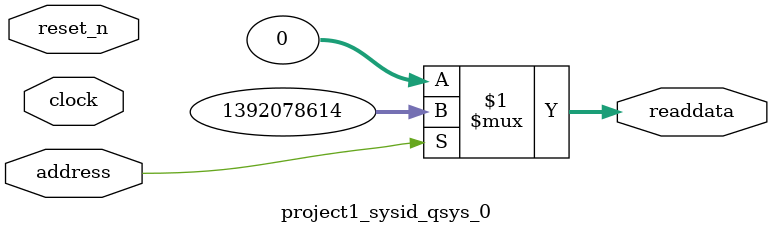
<source format=v>

`timescale 1ns / 1ps
// synthesis translate_on

// turn off superfluous verilog processor warnings 
// altera message_level Level1 
// altera message_off 10034 10035 10036 10037 10230 10240 10030 

module project1_sysid_qsys_0 (
               // inputs:
                address,
                clock,
                reset_n,

               // outputs:
                readdata
             )
;

  output  [ 31: 0] readdata;
  input            address;
  input            clock;
  input            reset_n;

  wire    [ 31: 0] readdata;
  //control_slave, which is an e_avalon_slave
  assign readdata = address ? 1392078614 : 0;

endmodule




</source>
